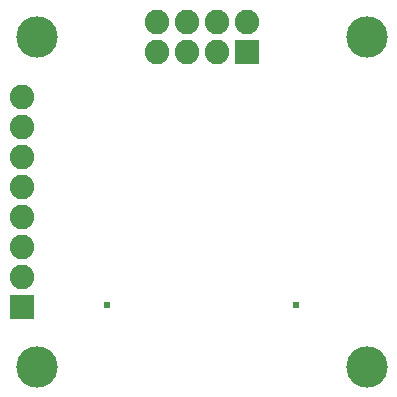
<source format=gts>
G75*
%MOIN*%
%OFA0B0*%
%FSLAX24Y24*%
%IPPOS*%
%LPD*%
%AMOC8*
5,1,8,0,0,1.08239X$1,22.5*
%
%ADD10C,0.0237*%
%ADD11C,0.1380*%
%ADD12R,0.0820X0.0820*%
%ADD13C,0.0820*%
D10*
X003575Y003279D03*
X009875Y003279D03*
D11*
X001225Y001225D03*
X001225Y012225D03*
X012225Y012225D03*
X012225Y001225D03*
D12*
X008225Y011725D03*
X000725Y003225D03*
D13*
X000725Y004225D03*
X000725Y005225D03*
X000725Y006225D03*
X000725Y007225D03*
X000725Y008225D03*
X000725Y009225D03*
X000725Y010225D03*
X005225Y011725D03*
X005225Y012725D03*
X006225Y012725D03*
X006225Y011725D03*
X007225Y011725D03*
X007225Y012725D03*
X008225Y012725D03*
M02*

</source>
